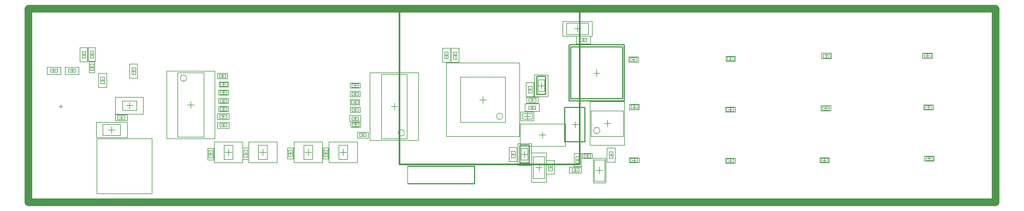
<source format=gko>
G04*
G04 #@! TF.GenerationSoftware,Altium Limited,CircuitMaker,2.3.0 (2.3.0.3)*
G04*
G04 Layer_Color=16720538*
%FSLAX24Y24*%
%MOIN*%
G70*
G04*
G04 #@! TF.SameCoordinates,AA7B8D70-0D3E-4CF3-8BE1-7DC49EC747D3*
G04*
G04*
G04 #@! TF.FilePolarity,Positive*
G04*
G01*
G75*
%ADD11C,0.0039*%
%ADD13C,0.0100*%
%ADD14C,0.0050*%
%ADD15C,0.0079*%
%ADD16C,0.0059*%
%ADD18C,0.0472*%
%ADD19C,0.0020*%
D11*
X4197Y3888D02*
X7544D01*
Y542D02*
Y3888D01*
X4197Y542D02*
X7544D01*
X4197D02*
Y3888D01*
X34911Y4383D02*
G03*
X34911Y4383I-197J0D01*
G01*
X28980Y5249D02*
G03*
X28980Y5249I-197J0D01*
G01*
X22981Y4244D02*
G03*
X22981Y4244I-197J0D01*
G01*
X9686Y7586D02*
G03*
X9686Y7586I-197J0D01*
G01*
X4434Y7248D02*
X4651D01*
X4434Y7661D02*
X4651D01*
X4434Y7248D02*
Y7661D01*
X4651Y7248D02*
Y7661D01*
X36329Y4029D02*
Y5608D01*
X34360Y4029D02*
Y5608D01*
X36329D01*
X34360Y4029D02*
X36329D01*
X19736Y6027D02*
Y6243D01*
X20150Y6027D02*
Y6243D01*
X19736D02*
X20150D01*
X19736Y6027D02*
X20150D01*
X5747Y5628D02*
Y6199D01*
X6613Y5628D02*
Y6199D01*
X5747D02*
X6613D01*
X5747Y5628D02*
X6613D01*
X14065Y2633D02*
Y3499D01*
X14596Y2633D02*
Y3499D01*
X14065D02*
X14596D01*
X14065Y2633D02*
X14596D01*
X27237Y1147D02*
Y2210D01*
X23174D02*
X27237D01*
X23174Y1147D02*
Y2210D01*
Y1147D02*
X27237D01*
X29137Y4894D02*
Y7650D01*
X26381Y4894D02*
Y7650D01*
Y4894D02*
X29137D01*
X26381Y7650D02*
X29137D01*
X1367Y7947D02*
X1780D01*
X1367Y8163D02*
X1780D01*
Y7947D02*
Y8163D01*
X1367Y7947D02*
Y8163D01*
X2469Y8163D02*
X2882D01*
X2469Y7947D02*
X2882D01*
X2469D02*
Y8163D01*
X2882Y7947D02*
Y8163D01*
X19759Y5027D02*
X20172D01*
X19759Y5243D02*
X20172D01*
Y5027D02*
Y5243D01*
X19759Y5027D02*
Y5243D01*
X20219Y4012D02*
X20632D01*
X20219Y4228D02*
X20632D01*
Y4012D02*
Y4228D01*
X20219Y4012D02*
Y4228D01*
X18264Y2781D02*
Y3194D01*
X18047Y2781D02*
Y3194D01*
X18264D01*
X18047Y2781D02*
X18264D01*
X16125Y2794D02*
Y3208D01*
X15908Y2794D02*
Y3208D01*
X16125D01*
X15908Y2794D02*
X16125D01*
X13390Y2772D02*
Y3185D01*
X13173Y2772D02*
Y3185D01*
X13390D01*
X13173Y2772D02*
X13390D01*
X11246Y2739D02*
Y3153D01*
X11029Y2739D02*
Y3153D01*
X11246D01*
X11029Y2739D02*
X11246D01*
X18952Y2630D02*
X19483D01*
X18952Y3496D02*
X19483D01*
Y2630D02*
Y3496D01*
X18952Y2630D02*
Y3496D01*
X16828Y2627D02*
X17359D01*
X16828Y3493D02*
X17359D01*
Y2627D02*
Y3493D01*
X16828Y2627D02*
Y3493D01*
X11963Y2629D02*
X12494D01*
X11963Y3495D02*
X12494D01*
Y2629D02*
Y3495D01*
X11963Y2629D02*
Y3495D01*
X11697Y5353D02*
X12111D01*
X11697Y5137D02*
X12111D01*
X11697D02*
Y5353D01*
X12111Y5137D02*
Y5353D01*
X11702Y4829D02*
X12116D01*
X11702Y4612D02*
X12116D01*
X11702D02*
Y4829D01*
X12116Y4612D02*
Y4829D01*
X21563Y7827D02*
X23138D01*
X21563Y3890D02*
X23138D01*
X21563D02*
Y7827D01*
X23138Y3890D02*
Y7827D01*
X9134Y4004D02*
X10709D01*
X9134Y7941D02*
X10709D01*
Y4004D02*
Y7941D01*
X9134Y4004D02*
Y7941D01*
X29492Y2718D02*
Y3131D01*
X29709Y2718D02*
Y3131D01*
X29492Y2718D02*
X29709D01*
X29492Y3131D02*
X29709D01*
X30104Y3289D02*
X30497D01*
X30104Y2580D02*
X30497D01*
Y3289D01*
X30104Y2580D02*
Y3289D01*
X31767Y2352D02*
X31984D01*
X31767Y1938D02*
X31984D01*
Y2352D01*
X31767Y1938D02*
Y2352D01*
X30821Y1456D02*
Y2794D01*
X31530Y1456D02*
Y2794D01*
X30821Y1456D02*
X31530D01*
X30821Y2794D02*
X31530D01*
X33612Y1857D02*
Y2093D01*
X33179Y1857D02*
Y2093D01*
Y1857D02*
X33612D01*
X33179Y2093D02*
X33612D01*
X36767Y2452D02*
X37200D01*
X36767Y2688D02*
X37200D01*
Y2452D02*
Y2688D01*
X36767Y2452D02*
Y2688D01*
X33437Y2388D02*
X33654D01*
X33437Y2802D02*
X33654D01*
X33437Y2388D02*
Y2802D01*
X33654Y2388D02*
Y2802D01*
X33909Y2737D02*
Y2953D01*
X34322Y2737D02*
Y2953D01*
X33909D02*
X34322D01*
X33909Y2737D02*
X34322D01*
X34545Y1311D02*
X35195D01*
X34545Y2591D02*
X35195D01*
X34545Y1311D02*
Y2591D01*
X35195Y1311D02*
Y2591D01*
X35467Y2687D02*
X35684D01*
X35467Y3101D02*
X35684D01*
X35467Y2687D02*
Y3101D01*
X35684Y2687D02*
Y3101D01*
X32866Y10969D02*
X34205D01*
X32866Y10261D02*
X34205D01*
X32866D02*
Y10969D01*
X34205Y10261D02*
Y10969D01*
X36784Y5712D02*
X37218D01*
X36784Y5948D02*
X37218D01*
Y5712D02*
Y5948D01*
X36784Y5712D02*
Y5948D01*
X36739Y8617D02*
X37172D01*
X36739Y8853D02*
X37172D01*
Y8617D02*
Y8853D01*
X36739Y8617D02*
Y8853D01*
X42654Y8652D02*
X43088D01*
X42654Y8888D02*
X43088D01*
Y8652D02*
Y8888D01*
X42654Y8652D02*
Y8888D01*
X42632Y2426D02*
X43065D01*
X42632Y2662D02*
X43065D01*
Y2426D02*
Y2662D01*
X42632Y2426D02*
Y2662D01*
X42637Y5557D02*
Y5793D01*
X43070Y5557D02*
Y5793D01*
X42637D02*
X43070D01*
X42637Y5557D02*
X43070D01*
X48474Y5642D02*
X48907D01*
X48474Y5878D02*
X48907D01*
Y5642D02*
Y5878D01*
X48474Y5642D02*
Y5878D01*
X48512Y8837D02*
X48945D01*
X48512Y9073D02*
X48945D01*
Y8837D02*
Y9073D01*
X48512Y8837D02*
Y9073D01*
X48389Y2457D02*
X48822D01*
X48389Y2693D02*
X48822D01*
Y2457D02*
Y2693D01*
X48389Y2457D02*
Y2693D01*
X54779Y2567D02*
Y2803D01*
X55212Y2567D02*
Y2803D01*
X54779D02*
X55212D01*
X54779Y2567D02*
X55212D01*
X54737Y5697D02*
Y5933D01*
X55170Y5697D02*
Y5933D01*
X54737D02*
X55170D01*
X54737Y5697D02*
X55170D01*
X54677Y8847D02*
X55110D01*
X54677Y9083D02*
X55110D01*
Y8847D02*
Y9083D01*
X54677Y8847D02*
Y9083D01*
X34106Y9815D02*
Y10032D01*
X33692Y9815D02*
Y10032D01*
Y9815D02*
X34106D01*
X33692Y10032D02*
X34106D01*
X25957Y9192D02*
X26174D01*
X25957Y8778D02*
X26174D01*
Y9192D01*
X25957Y8778D02*
Y9192D01*
X12138Y6605D02*
Y6822D01*
X11725Y6605D02*
Y6822D01*
Y6605D02*
X12138D01*
X11725Y6822D02*
X12138D01*
X12147Y7105D02*
Y7322D01*
X11734Y7105D02*
Y7322D01*
Y7105D02*
X12147D01*
X11734Y7322D02*
X12147D01*
X12125Y5607D02*
Y5823D01*
X11711Y5607D02*
Y5823D01*
Y5607D02*
X12125D01*
X11711Y5823D02*
X12125D01*
X12127Y6094D02*
Y6311D01*
X11714Y6094D02*
Y6311D01*
Y6094D02*
X12127D01*
X11714Y6311D02*
X12127D01*
X12063Y7625D02*
Y7842D01*
X11649Y7625D02*
Y7842D01*
Y7625D02*
X12063D01*
X11649Y7842D02*
X12063D01*
X30759Y5086D02*
Y5417D01*
X30153Y5086D02*
Y5417D01*
Y5086D02*
X30759D01*
X30153Y5417D02*
X30759D01*
X19749Y6517D02*
Y6733D01*
X20162Y6517D02*
Y6733D01*
X19749D02*
X20162D01*
X19749Y6517D02*
X20162D01*
X19747Y5557D02*
Y5773D01*
X20160Y5557D02*
Y5773D01*
X19747D02*
X20160D01*
X19747Y5557D02*
X20160D01*
X5904Y5057D02*
Y5293D01*
X5471Y5057D02*
Y5293D01*
Y5057D02*
X5904D01*
X5471Y5293D02*
X5904D01*
X3777Y8831D02*
X3994D01*
X3777Y9245D02*
X3994D01*
X3777Y8831D02*
Y9245D01*
X3994Y8831D02*
Y9245D01*
X30562Y6361D02*
X30976D01*
X30562Y6144D02*
X30976D01*
X30562D02*
Y6361D01*
X30976Y6144D02*
Y6361D01*
X3778Y8058D02*
Y8472D01*
X3994Y8058D02*
Y8472D01*
X3778Y8058D02*
X3994D01*
X3778Y8472D02*
X3994D01*
X19761Y7040D02*
Y7257D01*
X20174Y7040D02*
Y7257D01*
X19761D02*
X20174D01*
X19761Y7040D02*
X20174D01*
X30747Y6696D02*
Y7109D01*
X30531Y6696D02*
Y7109D01*
X30747D01*
X30531Y6696D02*
X30747D01*
X6542Y7820D02*
Y8233D01*
X6326Y7820D02*
Y8233D01*
X6542D01*
X6326Y7820D02*
X6542D01*
X3287Y8828D02*
X3504D01*
X3287Y9242D02*
X3504D01*
X3287Y8828D02*
Y9242D01*
X3504Y8828D02*
Y9242D01*
X31122Y6784D02*
X31516D01*
X31122Y7492D02*
X31516D01*
X31122Y6784D02*
Y7492D01*
X31516Y6784D02*
Y7492D01*
X19779Y4642D02*
Y4858D01*
X20192Y4642D02*
Y4858D01*
X19779D02*
X20192D01*
X19779Y4642D02*
X20192D01*
X25634Y8779D02*
Y9193D01*
X25417Y8779D02*
Y9193D01*
X25634D01*
X25417Y8779D02*
X25634D01*
X30561Y5694D02*
X30975D01*
X30561Y5911D02*
X30975D01*
Y5694D02*
Y5911D01*
X30561Y5694D02*
Y5911D01*
X4569Y4090D02*
X5632D01*
X4569Y4760D02*
X5632D01*
Y4090D02*
Y4760D01*
X4569Y4090D02*
Y4760D01*
X4542Y7346D02*
Y7563D01*
X4434Y7455D02*
X4651D01*
X35147Y4818D02*
X35541D01*
X35344Y4621D02*
Y5015D01*
X19835Y6135D02*
X20051D01*
X19943Y6027D02*
Y6243D01*
X5983Y5913D02*
X6377D01*
X6180Y5717D02*
Y6110D01*
X14134Y3066D02*
X14528D01*
X14331Y2869D02*
Y3263D01*
X23154Y1127D02*
X27249D01*
Y2229D01*
X23154D02*
X27249D01*
X23154Y1127D02*
Y2229D01*
X27562Y6272D02*
X27956D01*
X27759Y6075D02*
Y6469D01*
X1573Y7947D02*
Y8163D01*
X1465Y8055D02*
X1681D01*
X2676Y7947D02*
Y8163D01*
X2567Y8055D02*
X2784D01*
X19965Y5027D02*
Y5243D01*
X19857Y5135D02*
X20074D01*
X20426Y4012D02*
Y4228D01*
X20317Y4120D02*
X20534D01*
X18047Y2987D02*
X18264D01*
X18155Y2879D02*
Y3095D01*
X15908Y3001D02*
X16125D01*
X16017Y2893D02*
Y3109D01*
X13173Y2978D02*
X13390D01*
X13281Y2870D02*
Y3087D01*
X11029Y2946D02*
X11246D01*
X11138Y2838D02*
Y3054D01*
X19218Y2866D02*
Y3260D01*
X19021Y3063D02*
X19414D01*
X17093Y2863D02*
Y3257D01*
X16897Y3060D02*
X17290D01*
X12228Y2865D02*
Y3259D01*
X12032Y3062D02*
X12425D01*
X11904Y5137D02*
Y5353D01*
X11796Y5245D02*
X12012D01*
X11909Y4612D02*
Y4829D01*
X11801Y4720D02*
X12017D01*
X22351Y5661D02*
Y6055D01*
X22154Y5858D02*
X22548D01*
X20874Y7925D02*
X23827D01*
X20874Y3791D02*
X23827D01*
X20874D02*
Y7925D01*
X23827Y3791D02*
Y7925D01*
X9922Y5775D02*
Y6169D01*
X9725Y5972D02*
X10119D01*
X8445Y3905D02*
X11398D01*
X8445Y8039D02*
X11398D01*
Y3905D02*
Y8039D01*
X8445Y3905D02*
Y8039D01*
X29492Y2925D02*
X29709D01*
X29600Y2816D02*
Y3033D01*
X30300Y2738D02*
Y3131D01*
X30104Y2935D02*
X30497D01*
X31876Y2037D02*
Y2253D01*
X31767Y2145D02*
X31984D01*
X30979Y2125D02*
X31373D01*
X31176Y1928D02*
Y2322D01*
X33278Y1975D02*
X33514D01*
X33396Y1857D02*
Y2093D01*
X36983Y2452D02*
Y2688D01*
X36865Y2570D02*
X37101D01*
X33546Y2487D02*
Y2703D01*
X33437Y2595D02*
X33654D01*
X34007Y2845D02*
X34224D01*
X34116Y2737D02*
Y2953D01*
X34870Y1754D02*
Y2148D01*
X34673Y1951D02*
X35067D01*
X35576Y2786D02*
Y3002D01*
X35467Y2894D02*
X35684D01*
X33189Y4745D02*
X33583D01*
X33386Y4548D02*
Y4942D01*
X33536Y10418D02*
Y10812D01*
X33339Y10615D02*
X33733D01*
X37001Y5712D02*
Y5948D01*
X36883Y5830D02*
X37119D01*
X36956Y8617D02*
Y8853D01*
X36838Y8735D02*
X37074D01*
X42871Y8652D02*
Y8888D01*
X42753Y8770D02*
X42989D01*
X42849Y2426D02*
Y2662D01*
X42731Y2544D02*
X42967D01*
X42735Y5675D02*
X42972D01*
X42853Y5557D02*
Y5793D01*
X48690Y5642D02*
Y5878D01*
X48572Y5760D02*
X48809D01*
X48728Y8837D02*
Y9073D01*
X48610Y8955D02*
X48846D01*
X48606Y2457D02*
Y2693D01*
X48488Y2575D02*
X48724D01*
X54878Y2685D02*
X55114D01*
X54996Y2567D02*
Y2803D01*
X54835Y5815D02*
X55072D01*
X54953Y5697D02*
Y5933D01*
X54893Y8847D02*
Y9083D01*
X54775Y8965D02*
X55012D01*
X33791Y9923D02*
X34007D01*
X33899Y9815D02*
Y10032D01*
X34509Y7905D02*
X34903D01*
X34706Y7708D02*
Y8102D01*
X26066Y8877D02*
Y9093D01*
X25957Y8985D02*
X26174D01*
X11823Y6713D02*
X12040D01*
X11932Y6605D02*
Y6822D01*
X11832Y7213D02*
X12049D01*
X11940Y7105D02*
Y7322D01*
X11810Y5715D02*
X12026D01*
X11918Y5607D02*
Y5823D01*
X11812Y6203D02*
X12029D01*
X11921Y6094D02*
Y6311D01*
X11748Y7734D02*
X11964D01*
X11856Y7625D02*
Y7842D01*
X30259Y5252D02*
X30653D01*
X30456Y5055D02*
Y5448D01*
X19847Y6625D02*
X20063D01*
X19955Y6517D02*
Y6733D01*
X19845Y5665D02*
X20062D01*
X19953Y5557D02*
Y5773D01*
X5570Y5175D02*
X5806D01*
X5688Y5057D02*
Y5293D01*
X3886Y8930D02*
Y9146D01*
X3777Y9038D02*
X3994D01*
X30769Y6144D02*
Y6361D01*
X30661Y6252D02*
X30877D01*
X3778Y8265D02*
X3994D01*
X3886Y8157D02*
Y8373D01*
X19859Y7149D02*
X20076D01*
X19968Y7040D02*
Y7257D01*
X30531Y6902D02*
X30747D01*
X30639Y6794D02*
Y7011D01*
X6326Y8027D02*
X6542D01*
X6434Y7918D02*
Y8135D01*
X3396Y8927D02*
Y9143D01*
X3287Y9035D02*
X3504D01*
X31319Y6941D02*
Y7335D01*
X31122Y7138D02*
X31516D01*
X19877Y4750D02*
X20094D01*
X19985Y4642D02*
Y4858D01*
X25417Y8986D02*
X25634D01*
X25526Y8878D02*
Y9094D01*
X30768Y5694D02*
Y5911D01*
X30660Y5802D02*
X30876D01*
X5100Y4228D02*
Y4622D01*
X4904Y4425D02*
X5297D01*
D13*
X22646Y2329D02*
X33669D01*
X22646D02*
Y11778D01*
X33669Y2329D02*
Y11778D01*
X22646D02*
X33669D01*
D14*
X33131Y6330D02*
Y9480D01*
X36281Y6330D02*
Y9480D01*
X33131Y6330D02*
X36281D01*
X33131Y9480D02*
X36281D01*
X33033Y6192D02*
X36379D01*
X33033Y9618D02*
X36379D01*
X33033Y6192D02*
Y9618D01*
X36379Y6192D02*
Y9618D01*
D15*
X32772Y3695D02*
X34000D01*
Y5795D01*
X32772D02*
X34000D01*
X32772Y3695D02*
Y5795D01*
D16*
X30576Y2385D02*
Y3485D01*
X30025Y2385D02*
X30576D01*
X30025D02*
Y3485D01*
X30576D01*
X31044Y6588D02*
Y7688D01*
X31595D01*
Y6588D02*
Y7688D01*
X31044Y6588D02*
X31595D01*
D18*
X59066Y5D02*
Y11825D01*
X16Y5D02*
X59066D01*
X16Y11825D02*
X59066D01*
X16Y5D02*
Y11825D01*
D19*
X4306Y7022D02*
X4779D01*
X4306Y7888D02*
X4779D01*
X4306Y7022D02*
Y7888D01*
X4779Y7022D02*
Y7888D01*
X36388Y3480D02*
Y6157D01*
X34301Y3480D02*
Y6157D01*
X36388D01*
X34301Y3480D02*
X36388D01*
X19648Y5977D02*
Y6292D01*
X20238Y5977D02*
Y6292D01*
X19648D02*
X20238D01*
X19648Y5977D02*
X20238D01*
X5334Y5402D02*
Y6425D01*
X7027Y5402D02*
Y6425D01*
X5334D02*
X7027D01*
X5334Y5402D02*
X7027D01*
X13465Y2436D02*
Y3696D01*
X15197Y2436D02*
Y3696D01*
X13465D02*
X15197D01*
X13465Y2436D02*
X15197D01*
X30003Y4028D02*
Y8516D01*
X25515Y4028D02*
Y8516D01*
Y4028D02*
X30003D01*
X25515Y8516D02*
X30003D01*
X1160Y7838D02*
X1987D01*
X1160Y8271D02*
X1987D01*
Y7838D02*
Y8271D01*
X1160Y7838D02*
Y8271D01*
X2262Y8271D02*
X3089D01*
X2262Y7838D02*
X3089D01*
X2262D02*
Y8271D01*
X3089Y7838D02*
Y8271D01*
X19623Y4958D02*
X20307D01*
X19623Y5312D02*
X20307D01*
Y4958D02*
Y5312D01*
X19623Y4958D02*
Y5312D01*
X20084Y3943D02*
X20768D01*
X20084Y4297D02*
X20768D01*
Y3943D02*
Y4297D01*
X20084Y3943D02*
Y4297D01*
X18333Y2645D02*
Y3329D01*
X17978Y2645D02*
Y3329D01*
X18333D01*
X17978Y2645D02*
X18333D01*
X16194Y2659D02*
Y3343D01*
X15840Y2659D02*
Y3343D01*
X16194D01*
X15840Y2659D02*
X16194D01*
X13459Y2637D02*
Y3320D01*
X13104Y2637D02*
Y3320D01*
X13459D01*
X13104Y2637D02*
X13459D01*
X11315Y2604D02*
Y3288D01*
X10961Y2604D02*
Y3288D01*
X11315D01*
X10961Y2604D02*
X11315D01*
X18351Y2433D02*
X20084D01*
X18351Y3693D02*
X20084D01*
Y2433D02*
Y3693D01*
X18351Y2433D02*
Y3693D01*
X16227Y2430D02*
X17960D01*
X16227Y3690D02*
X17960D01*
Y2430D02*
Y3690D01*
X16227Y2430D02*
Y3690D01*
X11362Y2432D02*
X13094D01*
X11362Y3692D02*
X13094D01*
Y2432D02*
Y3692D01*
X11362Y2432D02*
Y3692D01*
X11562Y5422D02*
X12246D01*
X11562Y5068D02*
X12246D01*
X11562D02*
Y5422D01*
X12246Y5068D02*
Y5422D01*
X11567Y4897D02*
X12251D01*
X11567Y4543D02*
X12251D01*
X11567D02*
Y4897D01*
X12251Y4543D02*
Y4897D01*
X31201Y4113D02*
X31595D01*
X31398Y3916D02*
Y4310D01*
X32776Y3444D02*
Y4782D01*
X30020D02*
X32776D01*
X30020Y3444D02*
Y4782D01*
Y3444D02*
X32776D01*
X29364Y2492D02*
Y3358D01*
X29837Y2492D02*
Y3358D01*
X29364Y2492D02*
X29837D01*
X29364Y3358D02*
X29837D01*
X29887Y3604D02*
X30714D01*
X29887Y2265D02*
X30714D01*
Y3604D01*
X29887Y2265D02*
Y3604D01*
X31640Y2578D02*
X32112D01*
X31640Y1712D02*
X32112D01*
Y2578D01*
X31640Y1712D02*
Y2578D01*
X30723Y1219D02*
Y3030D01*
X31628Y1219D02*
Y3030D01*
X30723Y1219D02*
X31628D01*
X30723Y3030D02*
X31628D01*
X33750Y1798D02*
Y2152D01*
X33041Y1798D02*
Y2152D01*
Y1798D02*
X33750D01*
X33041Y2152D02*
X33750D01*
X36688Y2412D02*
X37279D01*
X36688Y2727D02*
X37279D01*
Y2412D02*
Y2727D01*
X36688Y2412D02*
Y2727D01*
X33329Y2182D02*
X33762D01*
X33329Y3008D02*
X33762D01*
X33329Y2182D02*
Y3008D01*
X33762Y2182D02*
Y3008D01*
X33820Y2687D02*
Y3002D01*
X34411Y2687D02*
Y3002D01*
X33820D02*
X34411D01*
X33820Y2687D02*
X34411D01*
X34496Y1203D02*
X35244D01*
X34496Y2699D02*
X35244D01*
X34496Y1203D02*
Y2699D01*
X35244Y1203D02*
Y2699D01*
X35340Y2461D02*
X35812D01*
X35340Y3327D02*
X35812D01*
X35340Y2461D02*
Y3327D01*
X35812Y2461D02*
Y3327D01*
X32630Y11068D02*
X34441D01*
X32630Y10162D02*
X34441D01*
X32630D02*
Y11068D01*
X34441Y10162D02*
Y11068D01*
X36706Y5672D02*
X37296D01*
X36706Y5987D02*
X37296D01*
Y5672D02*
Y5987D01*
X36706Y5672D02*
Y5987D01*
X36660Y8577D02*
X37251D01*
X36660Y8892D02*
X37251D01*
Y8577D02*
Y8892D01*
X36660Y8577D02*
Y8892D01*
X42576Y8612D02*
X43166D01*
X42576Y8927D02*
X43166D01*
Y8612D02*
Y8927D01*
X42576Y8612D02*
Y8927D01*
X42553Y2387D02*
X43144D01*
X42553Y2702D02*
X43144D01*
Y2387D02*
Y2702D01*
X42553Y2387D02*
Y2702D01*
X42558Y5517D02*
Y5832D01*
X43149Y5517D02*
Y5832D01*
X42558D02*
X43149D01*
X42558Y5517D02*
X43149D01*
X48395Y5602D02*
X48986D01*
X48395Y5917D02*
X48986D01*
Y5602D02*
Y5917D01*
X48395Y5602D02*
Y5917D01*
X48433Y8797D02*
X49023D01*
X48433Y9112D02*
X49023D01*
Y8797D02*
Y9112D01*
X48433Y8797D02*
Y9112D01*
X48310Y2417D02*
X48901D01*
X48310Y2732D02*
X48901D01*
Y2417D02*
Y2732D01*
X48310Y2417D02*
Y2732D01*
X54700Y2527D02*
Y2842D01*
X55291Y2527D02*
Y2842D01*
X54700D02*
X55291D01*
X54700Y2527D02*
X55291D01*
X54658Y5657D02*
Y5972D01*
X55249Y5657D02*
Y5972D01*
X54658D02*
X55249D01*
X54658Y5657D02*
X55249D01*
X54598Y8807D02*
X55189D01*
X54598Y9122D02*
X55189D01*
Y8807D02*
Y9122D01*
X54598Y8807D02*
Y9122D01*
X34332Y9687D02*
Y10160D01*
X33466Y9687D02*
Y10160D01*
Y9687D02*
X34332D01*
X33466Y10160D02*
X34332D01*
X25830Y9418D02*
X26302D01*
X25830Y8552D02*
X26302D01*
Y9418D01*
X25830Y8552D02*
Y9418D01*
X12227Y6556D02*
Y6871D01*
X11636Y6556D02*
Y6871D01*
Y6556D02*
X12227D01*
X11636Y6871D02*
X12227D01*
X12236Y7056D02*
Y7371D01*
X11645Y7056D02*
Y7371D01*
Y7056D02*
X12236D01*
X11645Y7371D02*
X12236D01*
X12213Y5557D02*
Y5872D01*
X11623Y5557D02*
Y5872D01*
Y5557D02*
X12213D01*
X11623Y5872D02*
X12213D01*
X12216Y6045D02*
Y6360D01*
X11625Y6045D02*
Y6360D01*
Y6045D02*
X12216D01*
X11625Y6360D02*
X12216D01*
X12151Y7576D02*
Y7891D01*
X11561Y7576D02*
Y7891D01*
Y7576D02*
X12151D01*
X11561Y7891D02*
X12151D01*
X30860Y4986D02*
Y5517D01*
X30052Y4986D02*
Y5517D01*
Y4986D02*
X30860D01*
X30052Y5517D02*
X30860D01*
X19660Y6467D02*
Y6782D01*
X20250Y6467D02*
Y6782D01*
X19660D02*
X20250D01*
X19660Y6467D02*
X20250D01*
X19658Y5507D02*
Y5822D01*
X20249Y5507D02*
Y5822D01*
X19658D02*
X20249D01*
X19658Y5507D02*
X20249D01*
X6042Y4998D02*
Y5352D01*
X5333Y4998D02*
Y5352D01*
Y4998D02*
X6042D01*
X5333Y5352D02*
X6042D01*
X3669Y8625D02*
X4102D01*
X3669Y9451D02*
X4102D01*
X3669Y8625D02*
Y9451D01*
X4102Y8625D02*
Y9451D01*
X30427Y6429D02*
X31111D01*
X30427Y6075D02*
X31111D01*
X30427D02*
Y6429D01*
X31111Y6075D02*
Y6429D01*
X3709Y7923D02*
Y8607D01*
X4063Y7923D02*
Y8607D01*
X3709Y7923D02*
X4063D01*
X3709Y8607D02*
X4063D01*
X19672Y6991D02*
Y7306D01*
X20263Y6991D02*
Y7306D01*
X19672D02*
X20263D01*
X19672Y6991D02*
X20263D01*
X30875Y6469D02*
Y7335D01*
X30403Y6469D02*
Y7335D01*
X30875D01*
X30403Y6469D02*
X30875D01*
X6670Y7594D02*
Y8460D01*
X6198Y7594D02*
Y8460D01*
X6670D01*
X6198Y7594D02*
X6670D01*
X3160Y8602D02*
X3632D01*
X3160Y9468D02*
X3632D01*
X3160Y8602D02*
Y9468D01*
X3632Y8602D02*
Y9468D01*
X30906Y6469D02*
X31733D01*
X30906Y7807D02*
X31733D01*
X30906Y6469D02*
Y7807D01*
X31733Y6469D02*
Y7807D01*
X19690Y4593D02*
Y4907D01*
X20281Y4593D02*
Y4907D01*
X19690D02*
X20281D01*
X19690Y4593D02*
X20281D01*
X25762Y8553D02*
Y9419D01*
X25290Y8553D02*
Y9419D01*
X25762D01*
X25290Y8553D02*
X25762D01*
X30335Y5566D02*
X31201D01*
X30335Y6039D02*
X31201D01*
Y5566D02*
Y6039D01*
X30335Y5566D02*
Y6039D01*
X4156Y3952D02*
X6045D01*
X4156Y4897D02*
X6045D01*
Y3952D02*
Y4897D01*
X4156Y3952D02*
Y4897D01*
X1902Y5868D02*
X2099D01*
X2001Y5769D02*
Y5966D01*
M02*

</source>
